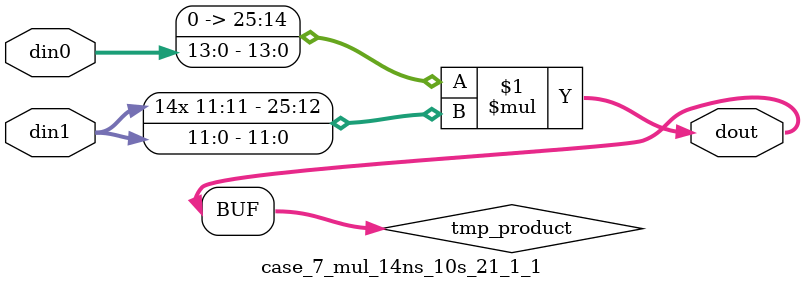
<source format=v>

`timescale 1 ns / 1 ps

 (* use_dsp = "no" *)  module case_7_mul_14ns_10s_21_1_1(din0, din1, dout);
parameter ID = 1;
parameter NUM_STAGE = 0;
parameter din0_WIDTH = 14;
parameter din1_WIDTH = 12;
parameter dout_WIDTH = 26;

input [din0_WIDTH - 1 : 0] din0; 
input [din1_WIDTH - 1 : 0] din1; 
output [dout_WIDTH - 1 : 0] dout;

wire signed [dout_WIDTH - 1 : 0] tmp_product;

























assign tmp_product = $signed({1'b0, din0}) * $signed(din1);










assign dout = tmp_product;





















endmodule

</source>
